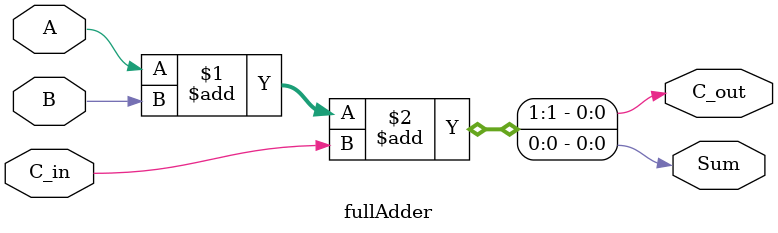
<source format=v>
module fullAdder(input A, input B, input C_in, output C_out, output Sum);

assign {C_out, Sum} = A + B + C_in;

endmodule
</source>
